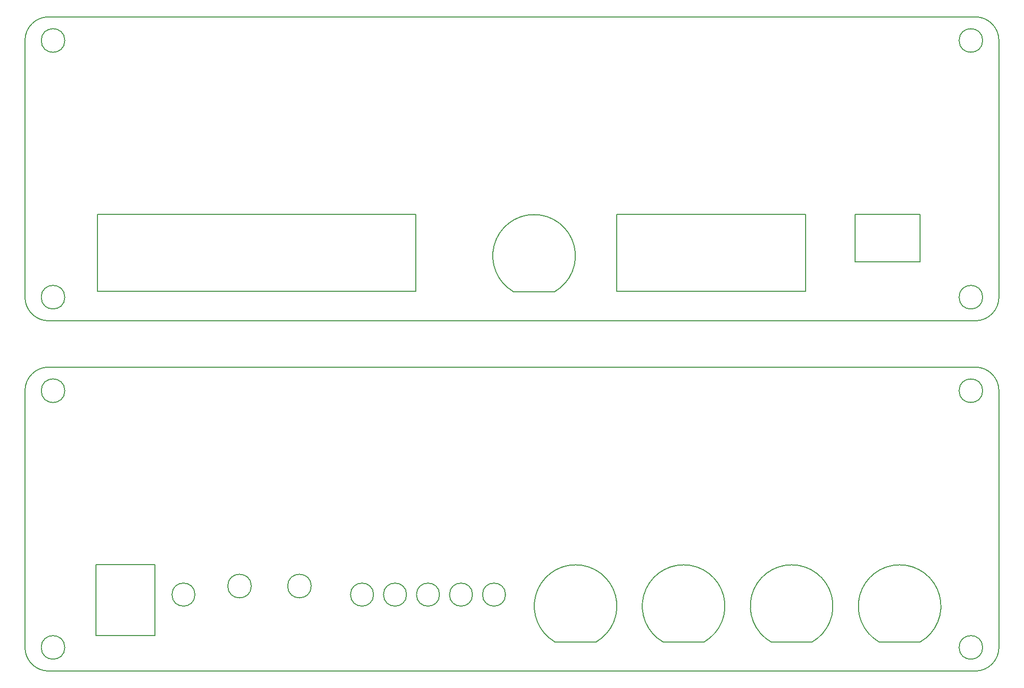
<source format=gbr>
%TF.GenerationSoftware,KiCad,Pcbnew,(6.0.10)*%
%TF.CreationDate,2023-06-06T15:11:35-03:00*%
%TF.ProjectId,side-panels,73696465-2d70-4616-9e65-6c732e6b6963,rev?*%
%TF.SameCoordinates,Original*%
%TF.FileFunction,Profile,NP*%
%FSLAX46Y46*%
G04 Gerber Fmt 4.6, Leading zero omitted, Abs format (unit mm)*
G04 Created by KiCad (PCBNEW (6.0.10)) date 2023-06-06 15:11:35*
%MOMM*%
%LPD*%
G01*
G04 APERTURE LIST*
%TA.AperFunction,Profile*%
%ADD10C,0.200000*%
%TD*%
G04 APERTURE END LIST*
D10*
X100400000Y-121250000D02*
G75*
G03*
X100400000Y-121250000I-1950000J0D01*
G01*
X153010000Y-121250000D02*
G75*
G03*
X153010000Y-121250000I-1950000J0D01*
G01*
X147420000Y-121250000D02*
G75*
G03*
X147420000Y-121250000I-1950000J0D01*
G01*
X141830000Y-121250000D02*
G75*
G03*
X141830000Y-121250000I-1950000J0D01*
G01*
X136240000Y-121250000D02*
G75*
G03*
X136240000Y-121250000I-1950000J0D01*
G01*
X130650000Y-121250000D02*
G75*
G03*
X130650000Y-121250000I-1950000J0D01*
G01*
X120100000Y-119800000D02*
G75*
G03*
X120100000Y-119800000I-2000000J0D01*
G01*
X109950000Y-119800000D02*
G75*
G03*
X109950000Y-119800000I-2000000J0D01*
G01*
X78350000Y-86700000D02*
G75*
G03*
X78350000Y-86700000I-2000000J0D01*
G01*
X78350000Y-130200000D02*
G75*
G03*
X78350000Y-130200000I-2000000J0D01*
G01*
X233850000Y-86700000D02*
G75*
G03*
X233850000Y-86700000I-2000000J0D01*
G01*
X233850000Y-130200000D02*
G75*
G03*
X233850000Y-130200000I-2000000J0D01*
G01*
X83600000Y-116200000D02*
X83600000Y-128200000D01*
X93600000Y-116200000D02*
X83600000Y-116200000D01*
X93600000Y-128200000D02*
X93600000Y-116200000D01*
X83600000Y-128200000D02*
X93600000Y-128200000D01*
X204980000Y-129262200D02*
X197980000Y-129262200D01*
X204980000Y-129262178D02*
G75*
G03*
X197980000Y-129262178I-3500000J6062178D01*
G01*
X223280000Y-129262200D02*
X216280000Y-129262200D01*
X223280000Y-129262178D02*
G75*
G03*
X216280000Y-129262178I-3500000J6062178D01*
G01*
X186680000Y-129262200D02*
X179680000Y-129262200D01*
X186680000Y-129262178D02*
G75*
G03*
X179680000Y-129262178I-3500000J6062178D01*
G01*
X168380000Y-129262200D02*
X161380000Y-129262200D01*
X168380000Y-129262178D02*
G75*
G03*
X161380000Y-129262178I-3500000J6062178D01*
G01*
X71600000Y-130200000D02*
G75*
G03*
X75600000Y-134200000I4000000J0D01*
G01*
X71600000Y-86700000D02*
X71600000Y-130200000D01*
X75600000Y-82700000D02*
G75*
G03*
X71600000Y-86700000I0J-4000000D01*
G01*
X232600000Y-82700000D02*
X75600000Y-82700000D01*
X236600000Y-86700000D02*
G75*
G03*
X232600000Y-82700000I-4000000J0D01*
G01*
X236600000Y-130200000D02*
X236600000Y-86700000D01*
X232600000Y-134200000D02*
G75*
G03*
X236600000Y-130200000I0J4000000D01*
G01*
X75600000Y-134200000D02*
X232600000Y-134200000D01*
X100400000Y-121250000D02*
G75*
G03*
X100400000Y-121250000I-1950000J0D01*
G01*
X153010000Y-121250000D02*
G75*
G03*
X153010000Y-121250000I-1950000J0D01*
G01*
X147420000Y-121250000D02*
G75*
G03*
X147420000Y-121250000I-1950000J0D01*
G01*
X141830000Y-121250000D02*
G75*
G03*
X141830000Y-121250000I-1950000J0D01*
G01*
X136240000Y-121250000D02*
G75*
G03*
X136240000Y-121250000I-1950000J0D01*
G01*
X130650000Y-121250000D02*
G75*
G03*
X130650000Y-121250000I-1950000J0D01*
G01*
X120100000Y-119800000D02*
G75*
G03*
X120100000Y-119800000I-2000000J0D01*
G01*
X109950000Y-119800000D02*
G75*
G03*
X109950000Y-119800000I-2000000J0D01*
G01*
X78350000Y-86700000D02*
G75*
G03*
X78350000Y-86700000I-2000000J0D01*
G01*
X78350000Y-130200000D02*
G75*
G03*
X78350000Y-130200000I-2000000J0D01*
G01*
X233850000Y-86700000D02*
G75*
G03*
X233850000Y-86700000I-2000000J0D01*
G01*
X233850000Y-130200000D02*
G75*
G03*
X233850000Y-130200000I-2000000J0D01*
G01*
X83600000Y-116200000D02*
X83600000Y-128200000D01*
X93600000Y-116200000D02*
X83600000Y-116200000D01*
X93600000Y-128200000D02*
X93600000Y-116200000D01*
X83600000Y-128200000D02*
X93600000Y-128200000D01*
X204980000Y-129262200D02*
X197980000Y-129262200D01*
X204980000Y-129262178D02*
G75*
G03*
X197980000Y-129262178I-3500000J6062178D01*
G01*
X223280000Y-129262200D02*
X216280000Y-129262200D01*
X223280000Y-129262178D02*
G75*
G03*
X216280000Y-129262178I-3500000J6062178D01*
G01*
X186680000Y-129262200D02*
X179680000Y-129262200D01*
X186680000Y-129262178D02*
G75*
G03*
X179680000Y-129262178I-3500000J6062178D01*
G01*
X168380000Y-129262200D02*
X161380000Y-129262200D01*
X168380000Y-129262178D02*
G75*
G03*
X161380000Y-129262178I-3500000J6062178D01*
G01*
X71600000Y-130200000D02*
G75*
G03*
X75600000Y-134200000I4000000J0D01*
G01*
X71600000Y-86700000D02*
X71600000Y-130200000D01*
X75600000Y-82700000D02*
G75*
G03*
X71600000Y-86700000I0J-4000000D01*
G01*
X232600000Y-82700000D02*
X75600000Y-82700000D01*
X236600000Y-86700000D02*
G75*
G03*
X232600000Y-82700000I-4000000J0D01*
G01*
X236600000Y-130200000D02*
X236600000Y-86700000D01*
X232600000Y-134200000D02*
G75*
G03*
X236600000Y-130200000I0J4000000D01*
G01*
X75600000Y-134200000D02*
X232600000Y-134200000D01*
X100400000Y-121250000D02*
G75*
G03*
X100400000Y-121250000I-1950000J0D01*
G01*
X100400000Y-121250000D02*
G75*
G03*
X100400000Y-121250000I-1950000J0D01*
G01*
X100400000Y-121250000D02*
X100400000Y-121250000D01*
X100400000Y-121250000D02*
X100400000Y-121250000D01*
X153010000Y-121250000D02*
G75*
G03*
X153010000Y-121250000I-1950000J0D01*
G01*
X153010000Y-121250000D02*
G75*
G03*
X153010000Y-121250000I-1950000J0D01*
G01*
X153010000Y-121250000D02*
X153010000Y-121250000D01*
X153010000Y-121250000D02*
X153010000Y-121250000D01*
X147420000Y-121250000D02*
G75*
G03*
X147420000Y-121250000I-1950000J0D01*
G01*
X147420000Y-121250000D02*
G75*
G03*
X147420000Y-121250000I-1950000J0D01*
G01*
X147420000Y-121250000D02*
X147420000Y-121250000D01*
X147420000Y-121250000D02*
X147420000Y-121250000D01*
X141830000Y-121250000D02*
G75*
G03*
X141830000Y-121250000I-1950000J0D01*
G01*
X141830000Y-121250000D02*
G75*
G03*
X141830000Y-121250000I-1950000J0D01*
G01*
X141830000Y-121250000D02*
X141830000Y-121250000D01*
X141830000Y-121250000D02*
X141830000Y-121250000D01*
X136240000Y-121250000D02*
G75*
G03*
X136240000Y-121250000I-1950000J0D01*
G01*
X136240000Y-121250000D02*
G75*
G03*
X136240000Y-121250000I-1950000J0D01*
G01*
X136240000Y-121250000D02*
X136240000Y-121250000D01*
X136240000Y-121250000D02*
X136240000Y-121250000D01*
X130650000Y-121250000D02*
G75*
G03*
X130650000Y-121250000I-1950000J0D01*
G01*
X130650000Y-121250000D02*
G75*
G03*
X130650000Y-121250000I-1950000J0D01*
G01*
X130650000Y-121250000D02*
X130650000Y-121250000D01*
X130650000Y-121250000D02*
X130650000Y-121250000D01*
X120100000Y-119800000D02*
G75*
G03*
X120100000Y-119800000I-2000000J0D01*
G01*
X120100000Y-119800000D02*
G75*
G03*
X120100000Y-119800000I-2000000J0D01*
G01*
X120100000Y-119800000D02*
X120100000Y-119800000D01*
X120100000Y-119800000D02*
X120100000Y-119800000D01*
X109950000Y-119800000D02*
G75*
G03*
X109950000Y-119800000I-2000000J0D01*
G01*
X109950000Y-119800000D02*
G75*
G03*
X109950000Y-119800000I-2000000J0D01*
G01*
X109950000Y-119800000D02*
X109950000Y-119800000D01*
X109950000Y-119800000D02*
X109950000Y-119800000D01*
X78350000Y-86700000D02*
G75*
G03*
X78350000Y-86700000I-2000000J0D01*
G01*
X78350000Y-86700000D02*
G75*
G03*
X78350000Y-86700000I-2000000J0D01*
G01*
X78350000Y-86700000D02*
X78350000Y-86700000D01*
X78350000Y-86700000D02*
X78350000Y-86700000D01*
X78350000Y-130200000D02*
G75*
G03*
X78350000Y-130200000I-2000000J0D01*
G01*
X78350000Y-130200000D02*
G75*
G03*
X78350000Y-130200000I-2000000J0D01*
G01*
X78350000Y-130200000D02*
X78350000Y-130200000D01*
X78350000Y-130200000D02*
X78350000Y-130200000D01*
X233850000Y-86700000D02*
G75*
G03*
X233850000Y-86700000I-2000000J0D01*
G01*
X233850000Y-86700000D02*
G75*
G03*
X233850000Y-86700000I-2000000J0D01*
G01*
X233850000Y-86700000D02*
X233850000Y-86700000D01*
X233850000Y-86700000D02*
X233850000Y-86700000D01*
X233850000Y-130200000D02*
G75*
G03*
X233850000Y-130200000I-2000000J0D01*
G01*
X233850000Y-130200000D02*
G75*
G03*
X233850000Y-130200000I-2000000J0D01*
G01*
X233850000Y-130200000D02*
X233850000Y-130200000D01*
X233850000Y-130200000D02*
X233850000Y-130200000D01*
X83600000Y-116200000D02*
X83600000Y-128200000D01*
X83600000Y-116200000D02*
X83600000Y-128200000D01*
X83600000Y-128200000D02*
X83600000Y-128200000D01*
X83600000Y-116200000D02*
X83600000Y-116200000D01*
X93600000Y-116200000D02*
X83600000Y-116200000D01*
X93600000Y-116200000D02*
X83600000Y-116200000D01*
X83600000Y-116200000D02*
X83600000Y-116200000D01*
X93600000Y-116200000D02*
X93600000Y-116200000D01*
X93600000Y-128200000D02*
X93600000Y-116200000D01*
X93600000Y-128200000D02*
X93600000Y-116200000D01*
X93600000Y-116200000D02*
X93600000Y-116200000D01*
X93600000Y-128200000D02*
X93600000Y-128200000D01*
X83600000Y-128200000D02*
X93600000Y-128200000D01*
X83600000Y-128200000D02*
X93600000Y-128200000D01*
X93600000Y-128200000D02*
X93600000Y-128200000D01*
X83600000Y-128200000D02*
X83600000Y-128200000D01*
X204980000Y-129262200D02*
X197980000Y-129262200D01*
X204980000Y-129262200D02*
X197980000Y-129262200D01*
X197980000Y-129262200D02*
X197980000Y-129262200D01*
X204980000Y-129262200D02*
X204980000Y-129262200D01*
X204980000Y-129262178D02*
G75*
G03*
X197980000Y-129262178I-3500000J6062178D01*
G01*
X204980000Y-129262178D02*
G75*
G03*
X197980000Y-129262178I-3500000J6062178D01*
G01*
X197980000Y-129262200D02*
X197980000Y-129262200D01*
X204980000Y-129262200D02*
X204980000Y-129262200D01*
X223280000Y-129262200D02*
X216280000Y-129262200D01*
X223280000Y-129262200D02*
X216280000Y-129262200D01*
X216280000Y-129262200D02*
X216280000Y-129262200D01*
X223280000Y-129262200D02*
X223280000Y-129262200D01*
X223280000Y-129262178D02*
G75*
G03*
X216280000Y-129262178I-3500000J6062178D01*
G01*
X223280000Y-129262178D02*
G75*
G03*
X216280000Y-129262178I-3500000J6062178D01*
G01*
X216280000Y-129262200D02*
X216280000Y-129262200D01*
X223280000Y-129262200D02*
X223280000Y-129262200D01*
X186680000Y-129262200D02*
X179680000Y-129262200D01*
X186680000Y-129262200D02*
X179680000Y-129262200D01*
X179680000Y-129262200D02*
X179680000Y-129262200D01*
X186680000Y-129262200D02*
X186680000Y-129262200D01*
X186680000Y-129262178D02*
G75*
G03*
X179680000Y-129262178I-3500000J6062178D01*
G01*
X186680000Y-129262178D02*
G75*
G03*
X179680000Y-129262178I-3500000J6062178D01*
G01*
X179680000Y-129262200D02*
X179680000Y-129262200D01*
X186680000Y-129262200D02*
X186680000Y-129262200D01*
X168380000Y-129262200D02*
X161380000Y-129262200D01*
X168380000Y-129262200D02*
X161380000Y-129262200D01*
X161380000Y-129262200D02*
X161380000Y-129262200D01*
X168380000Y-129262200D02*
X168380000Y-129262200D01*
X168380000Y-129262178D02*
G75*
G03*
X161380000Y-129262178I-3500000J6062178D01*
G01*
X168380000Y-129262178D02*
G75*
G03*
X161380000Y-129262178I-3500000J6062178D01*
G01*
X161380000Y-129262200D02*
X161380000Y-129262200D01*
X168380000Y-129262200D02*
X168380000Y-129262200D01*
X71600000Y-130200000D02*
G75*
G03*
X75600000Y-134200000I4000000J0D01*
G01*
X71600000Y-130200000D02*
G75*
G03*
X75600000Y-134200000I4000000J0D01*
G01*
X75600000Y-134200000D02*
X75600000Y-134200000D01*
X71600000Y-130200000D02*
X71600000Y-130200000D01*
X71600000Y-86700000D02*
X71600000Y-130200000D01*
X71600000Y-86700000D02*
X71600000Y-130200000D01*
X71600000Y-130200000D02*
X71600000Y-130200000D01*
X71600000Y-86700000D02*
X71600000Y-86700000D01*
X75600000Y-82700000D02*
G75*
G03*
X71600000Y-86700000I0J-4000000D01*
G01*
X75600000Y-82700000D02*
G75*
G03*
X71600000Y-86700000I0J-4000000D01*
G01*
X71600000Y-86700000D02*
X71600000Y-86700000D01*
X75600000Y-82700000D02*
X75600000Y-82700000D01*
X232600000Y-82700000D02*
X75600000Y-82700000D01*
X232600000Y-82700000D02*
X75600000Y-82700000D01*
X75600000Y-82700000D02*
X75600000Y-82700000D01*
X232600000Y-82700000D02*
X232600000Y-82700000D01*
X236600000Y-86700000D02*
G75*
G03*
X232600000Y-82700000I-4000000J0D01*
G01*
X236600000Y-86700000D02*
G75*
G03*
X232600000Y-82700000I-4000000J0D01*
G01*
X232600000Y-82700000D02*
X232600000Y-82700000D01*
X236600000Y-86700000D02*
X236600000Y-86700000D01*
X236600000Y-130200000D02*
X236600000Y-86700000D01*
X236600000Y-130200000D02*
X236600000Y-86700000D01*
X236600000Y-86700000D02*
X236600000Y-86700000D01*
X236600000Y-130200000D02*
X236600000Y-130200000D01*
X232600000Y-134200000D02*
G75*
G03*
X236600000Y-130200000I0J4000000D01*
G01*
X232600000Y-134200000D02*
G75*
G03*
X236600000Y-130200000I0J4000000D01*
G01*
X236600000Y-130200000D02*
X236600000Y-130200000D01*
X232600000Y-134200000D02*
X232600000Y-134200000D01*
X75600000Y-134200000D02*
X232600000Y-134200000D01*
X75600000Y-134200000D02*
X232600000Y-134200000D01*
X232600000Y-134200000D02*
X232600000Y-134200000D01*
X75600000Y-134200000D02*
X75600000Y-134200000D01*
X78350000Y-27350000D02*
G75*
G03*
X78350000Y-27350000I-2000000J0D01*
G01*
X233850000Y-27350000D02*
G75*
G03*
X233850000Y-27350000I-2000000J0D01*
G01*
X233850000Y-70850000D02*
G75*
G03*
X233850000Y-70850000I-2000000J0D01*
G01*
X78350000Y-70850000D02*
G75*
G03*
X78350000Y-70850000I-2000000J0D01*
G01*
X223250000Y-56850000D02*
X223250000Y-64850000D01*
X212250000Y-56850000D02*
X223250000Y-56850000D01*
X212250000Y-64850000D02*
X212250000Y-56850000D01*
X223250000Y-64850000D02*
X212250000Y-64850000D01*
X161350000Y-69912200D02*
X154350000Y-69912200D01*
X161350000Y-69912178D02*
G75*
G03*
X154350000Y-69912178I-3500000J6062178D01*
G01*
X203850000Y-56850000D02*
X203850000Y-69850000D01*
X171850000Y-56850000D02*
X203850000Y-56850000D01*
X171850000Y-69850000D02*
X171850000Y-56850000D01*
X203850000Y-69850000D02*
X171850000Y-69850000D01*
X137850000Y-56850000D02*
X137850000Y-69850000D01*
X83850000Y-56850000D02*
X137850000Y-56850000D01*
X83850000Y-69850000D02*
X83850000Y-56850000D01*
X137850000Y-69850000D02*
X83850000Y-69850000D01*
X75600000Y-23350000D02*
G75*
G03*
X71600000Y-27350000I0J-4000000D01*
G01*
X232600000Y-23350000D02*
X75600000Y-23350000D01*
X236600000Y-27350000D02*
G75*
G03*
X232600000Y-23350000I-4000000J0D01*
G01*
X236600000Y-70850000D02*
X236600000Y-27350000D01*
X232600000Y-74850000D02*
G75*
G03*
X236600000Y-70850000I0J4000000D01*
G01*
X75600000Y-74850000D02*
X232600000Y-74850000D01*
X71600000Y-70850000D02*
G75*
G03*
X75600000Y-74850000I4000000J0D01*
G01*
X71600000Y-27350000D02*
X71600000Y-70850000D01*
X78350000Y-27350000D02*
G75*
G03*
X78350000Y-27350000I-2000000J0D01*
G01*
X233850000Y-27350000D02*
G75*
G03*
X233850000Y-27350000I-2000000J0D01*
G01*
X233850000Y-70850000D02*
G75*
G03*
X233850000Y-70850000I-2000000J0D01*
G01*
X78350000Y-70850000D02*
G75*
G03*
X78350000Y-70850000I-2000000J0D01*
G01*
X223250000Y-56850000D02*
X223250000Y-64850000D01*
X212250000Y-56850000D02*
X223250000Y-56850000D01*
X212250000Y-64850000D02*
X212250000Y-56850000D01*
X223250000Y-64850000D02*
X212250000Y-64850000D01*
X161350000Y-69912200D02*
X154350000Y-69912200D01*
X161350000Y-69912178D02*
G75*
G03*
X154350000Y-69912178I-3500000J6062178D01*
G01*
X203850000Y-56850000D02*
X203850000Y-69850000D01*
X171850000Y-56850000D02*
X203850000Y-56850000D01*
X171850000Y-69850000D02*
X171850000Y-56850000D01*
X203850000Y-69850000D02*
X171850000Y-69850000D01*
X137850000Y-56850000D02*
X137850000Y-69850000D01*
X83850000Y-56850000D02*
X137850000Y-56850000D01*
X83850000Y-69850000D02*
X83850000Y-56850000D01*
X137850000Y-69850000D02*
X83850000Y-69850000D01*
X75600000Y-23350000D02*
G75*
G03*
X71600000Y-27350000I0J-4000000D01*
G01*
X232600000Y-23350000D02*
X75600000Y-23350000D01*
X236600000Y-27350000D02*
G75*
G03*
X232600000Y-23350000I-4000000J0D01*
G01*
X236600000Y-70850000D02*
X236600000Y-27350000D01*
X232600000Y-74850000D02*
G75*
G03*
X236600000Y-70850000I0J4000000D01*
G01*
X75600000Y-74850000D02*
X232600000Y-74850000D01*
X71600000Y-70850000D02*
G75*
G03*
X75600000Y-74850000I4000000J0D01*
G01*
X71600000Y-27350000D02*
X71600000Y-70850000D01*
X78350000Y-27350000D02*
G75*
G03*
X78350000Y-27350000I-2000000J0D01*
G01*
X78350000Y-27350000D02*
G75*
G03*
X78350000Y-27350000I-2000000J0D01*
G01*
X78350000Y-27350000D02*
X78350000Y-27350000D01*
X78350000Y-27350000D02*
X78350000Y-27350000D01*
X233850000Y-27350000D02*
G75*
G03*
X233850000Y-27350000I-2000000J0D01*
G01*
X233850000Y-27350000D02*
G75*
G03*
X233850000Y-27350000I-2000000J0D01*
G01*
X233850000Y-27350000D02*
X233850000Y-27350000D01*
X233850000Y-27350000D02*
X233850000Y-27350000D01*
X233850000Y-70850000D02*
G75*
G03*
X233850000Y-70850000I-2000000J0D01*
G01*
X233850000Y-70850000D02*
G75*
G03*
X233850000Y-70850000I-2000000J0D01*
G01*
X233850000Y-70850000D02*
X233850000Y-70850000D01*
X233850000Y-70850000D02*
X233850000Y-70850000D01*
X78350000Y-70850000D02*
G75*
G03*
X78350000Y-70850000I-2000000J0D01*
G01*
X78350000Y-70850000D02*
G75*
G03*
X78350000Y-70850000I-2000000J0D01*
G01*
X78350000Y-70850000D02*
X78350000Y-70850000D01*
X78350000Y-70850000D02*
X78350000Y-70850000D01*
X223250000Y-56850000D02*
X223250000Y-64850000D01*
X223250000Y-56850000D02*
X223250000Y-64850000D01*
X223250000Y-64850000D02*
X223250000Y-64850000D01*
X223250000Y-56850000D02*
X223250000Y-56850000D01*
X212250000Y-56850000D02*
X223250000Y-56850000D01*
X212250000Y-56850000D02*
X223250000Y-56850000D01*
X223250000Y-56850000D02*
X223250000Y-56850000D01*
X212250000Y-56850000D02*
X212250000Y-56850000D01*
X212250000Y-64850000D02*
X212250000Y-56850000D01*
X212250000Y-64850000D02*
X212250000Y-56850000D01*
X212250000Y-56850000D02*
X212250000Y-56850000D01*
X212250000Y-64850000D02*
X212250000Y-64850000D01*
X223250000Y-64850000D02*
X212250000Y-64850000D01*
X223250000Y-64850000D02*
X212250000Y-64850000D01*
X212250000Y-64850000D02*
X212250000Y-64850000D01*
X223250000Y-64850000D02*
X223250000Y-64850000D01*
X161350000Y-69912200D02*
X154350000Y-69912200D01*
X161350000Y-69912200D02*
X154350000Y-69912200D01*
X154350000Y-69912200D02*
X154350000Y-69912200D01*
X161350000Y-69912200D02*
X161350000Y-69912200D01*
X161350000Y-69912178D02*
G75*
G03*
X154350000Y-69912178I-3500000J6062178D01*
G01*
X161350000Y-69912178D02*
G75*
G03*
X154350000Y-69912178I-3500000J6062178D01*
G01*
X154350000Y-69912200D02*
X154350000Y-69912200D01*
X161350000Y-69912200D02*
X161350000Y-69912200D01*
X203850000Y-56850000D02*
X203850000Y-69850000D01*
X203850000Y-56850000D02*
X203850000Y-69850000D01*
X203850000Y-69850000D02*
X203850000Y-69850000D01*
X203850000Y-56850000D02*
X203850000Y-56850000D01*
X171850000Y-56850000D02*
X203850000Y-56850000D01*
X171850000Y-56850000D02*
X203850000Y-56850000D01*
X203850000Y-56850000D02*
X203850000Y-56850000D01*
X171850000Y-56850000D02*
X171850000Y-56850000D01*
X171850000Y-69850000D02*
X171850000Y-56850000D01*
X171850000Y-69850000D02*
X171850000Y-56850000D01*
X171850000Y-56850000D02*
X171850000Y-56850000D01*
X171850000Y-69850000D02*
X171850000Y-69850000D01*
X203850000Y-69850000D02*
X171850000Y-69850000D01*
X203850000Y-69850000D02*
X171850000Y-69850000D01*
X171850000Y-69850000D02*
X171850000Y-69850000D01*
X203850000Y-69850000D02*
X203850000Y-69850000D01*
X137850000Y-56850000D02*
X137850000Y-69850000D01*
X137850000Y-56850000D02*
X137850000Y-69850000D01*
X137850000Y-69850000D02*
X137850000Y-69850000D01*
X137850000Y-56850000D02*
X137850000Y-56850000D01*
X83850000Y-56850000D02*
X137850000Y-56850000D01*
X83850000Y-56850000D02*
X137850000Y-56850000D01*
X137850000Y-56850000D02*
X137850000Y-56850000D01*
X83850000Y-56850000D02*
X83850000Y-56850000D01*
X83850000Y-69850000D02*
X83850000Y-56850000D01*
X83850000Y-69850000D02*
X83850000Y-56850000D01*
X83850000Y-56850000D02*
X83850000Y-56850000D01*
X83850000Y-69850000D02*
X83850000Y-69850000D01*
X137850000Y-69850000D02*
X83850000Y-69850000D01*
X137850000Y-69850000D02*
X83850000Y-69850000D01*
X83850000Y-69850000D02*
X83850000Y-69850000D01*
X137850000Y-69850000D02*
X137850000Y-69850000D01*
X75600000Y-23350000D02*
G75*
G03*
X71600000Y-27350000I0J-4000000D01*
G01*
X75600000Y-23350000D02*
G75*
G03*
X71600000Y-27350000I0J-4000000D01*
G01*
X71600000Y-27350000D02*
X71600000Y-27350000D01*
X75600000Y-23350000D02*
X75600000Y-23350000D01*
X232600000Y-23350000D02*
X75600000Y-23350000D01*
X232600000Y-23350000D02*
X75600000Y-23350000D01*
X75600000Y-23350000D02*
X75600000Y-23350000D01*
X232600000Y-23350000D02*
X232600000Y-23350000D01*
X236600000Y-27350000D02*
G75*
G03*
X232600000Y-23350000I-4000000J0D01*
G01*
X236600000Y-27350000D02*
G75*
G03*
X232600000Y-23350000I-4000000J0D01*
G01*
X232600000Y-23350000D02*
X232600000Y-23350000D01*
X236600000Y-27350000D02*
X236600000Y-27350000D01*
X236600000Y-70850000D02*
X236600000Y-27350000D01*
X236600000Y-70850000D02*
X236600000Y-27350000D01*
X236600000Y-27350000D02*
X236600000Y-27350000D01*
X236600000Y-70850000D02*
X236600000Y-70850000D01*
X232600000Y-74850000D02*
G75*
G03*
X236600000Y-70850000I0J4000000D01*
G01*
X232600000Y-74850000D02*
G75*
G03*
X236600000Y-70850000I0J4000000D01*
G01*
X236600000Y-70850000D02*
X236600000Y-70850000D01*
X232600000Y-74850000D02*
X232600000Y-74850000D01*
X75600000Y-74850000D02*
X232600000Y-74850000D01*
X75600000Y-74850000D02*
X232600000Y-74850000D01*
X232600000Y-74850000D02*
X232600000Y-74850000D01*
X75600000Y-74850000D02*
X75600000Y-74850000D01*
X71600000Y-70850000D02*
G75*
G03*
X75600000Y-74850000I4000000J0D01*
G01*
X71600000Y-70850000D02*
G75*
G03*
X75600000Y-74850000I4000000J0D01*
G01*
X75600000Y-74850000D02*
X75600000Y-74850000D01*
X71600000Y-70850000D02*
X71600000Y-70850000D01*
X71600000Y-27350000D02*
X71600000Y-70850000D01*
X71600000Y-27350000D02*
X71600000Y-70850000D01*
X71600000Y-70850000D02*
X71600000Y-70850000D01*
X71600000Y-27350000D02*
X71600000Y-27350000D01*
M02*

</source>
